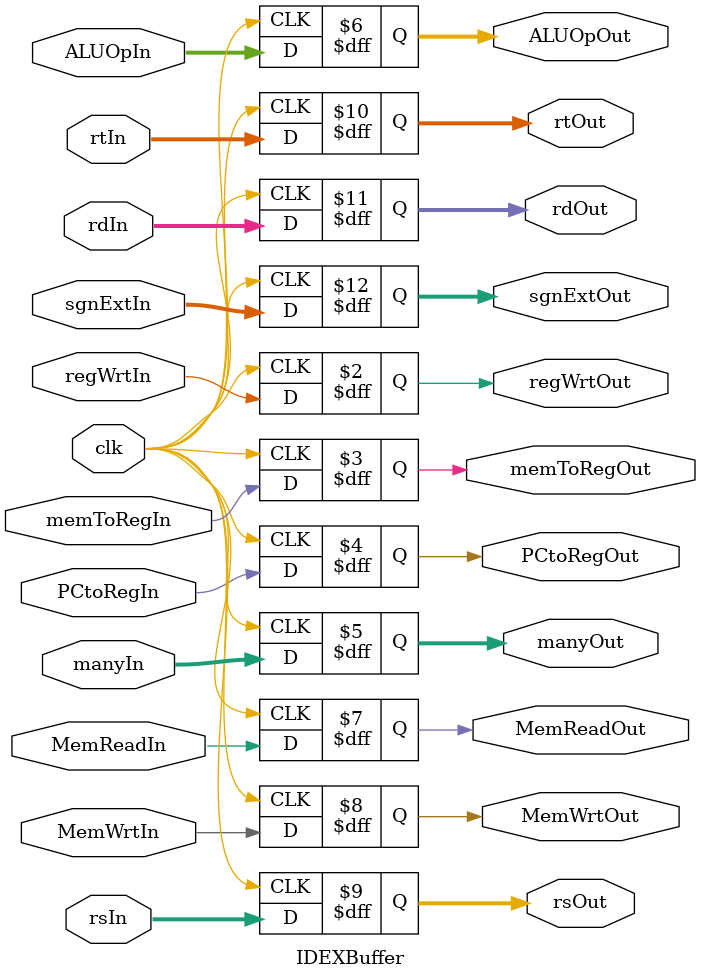
<source format=v>
`timescale 1ns / 1ps


module IDEXBuffer(clk, regWrtIn, memToRegIn, PCtoRegIn, manyIn, ALUOpIn, MemReadIn, MemWrtIn, rsIn, rtIn, rdIn, sgnExtIn, regWrtOut, memToRegOut, PCtoRegOut, manyOut, ALUOpOut, MemReadOut, MemWrtOut, rsOut, rtOut, rdOut, sgnExtOut);
    input clk;
    input regWrtIn;
    input memToRegIn;
    input PCtoRegIn;
    input [3:0] manyIn;
    input [1:0] ALUOpIn;
    input MemReadIn;
    input MemWrtIn;
    input [5:0] rsIn;
    input [5:0] rtIn;
    input [5:0] rdIn;
    input [31:0] sgnExtIn;
    output reg regWrtOut;
    output reg memToRegOut;
    output reg PCtoRegOut;
    output reg [3:0] manyOut;
    output reg [1:0] ALUOpOut;
    output reg MemReadOut;
    output reg MemWrtOut;
    output reg [5:0] rsOut;
    output reg [5:0] rtOut;
    output reg [5:0] rdOut;
    output reg [31:0] sgnExtOut;
    
    //on positive edge of clock, pass inputs directly into outputs
    always@(posedge clk)
    begin
        regWrtOut = regWrtIn;
        memToRegOut = memToRegIn;
        PCtoRegOut = PCtoRegIn;
        manyOut = manyIn;
        ALUOpOut = ALUOpIn;
        MemReadOut = MemReadIn;
        MemWrtOut =MemWrtIn;
        rsOut = rsIn;
        rtOut = rtIn;
        rdOut = rdIn;
        sgnExtOut = sgnExtIn;
    end
endmodule
</source>
